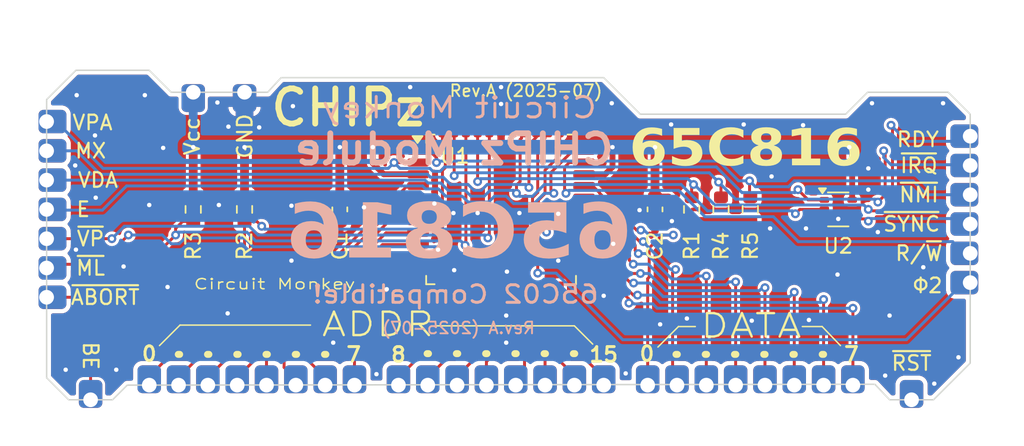
<source format=kicad_pcb>
(kicad_pcb (version 20241229) (generator "pcbnew") (generator_version "9.0")
  (layers (0 "F.Cu" signal) (2 "B.Cu" signal) (13 "F.Paste" user) (15 "B.Paste" user) (5 "F.SilkS" user "F.Silkscreen") (7 "B.SilkS" user "B.Silkscreen") (1 "F.Mask" user) (3 "B.Mask" user) (25 "Edge.Cuts" user))
  (net 0 "")
  (net 1 "Vcc")
  (net 2 "GND")
  (net 3 "Net-(U1-A0)")
  (net 4 "Net-(U1-A1)")
  (net 5 "Net-(U1-A5)")
  (net 6 "Net-(U1-A7)")
  (net 7 "Net-(U1-A6)")
  (net 8 "Net-(U1-A3)")
  (net 9 "Net-(U1-A4)")
  (net 10 "Net-(U1-A2)")
  (net 11 "Net-(U1-A13)")
  (net 12 "Net-(U1-A9)")
  (net 13 "Net-(U1-A8)")
  (net 14 "Net-(U1-A15)")
  (net 15 "Net-(U1-A11)")
  (net 16 "Net-(U1-A12)")
  (net 17 "Net-(U1-A10)")
  (net 18 "Net-(U1-A14)")
  (net 19 "Net-(U1-D7)")
  (net 20 "Net-(U1-D0)")
  (net 21 "Net-(U1-D4)")
  (net 22 "Net-(U1-D6)")
  (net 23 "Net-(U1-D3)")
  (net 24 "Net-(U1-D1)")
  (net 25 "Net-(U1-D2)")
  (net 26 "Net-(U1-D5)")
  (net 27 "/PHI2")
  (net 28 "/~{RDY}")
  (net 29 "/BE")
  (net 30 "/~{ABORT}")
  (net 31 "/~{NMI}")
  (net 32 "/~{IRQ}")
  (net 33 "/~{RST}")
  (net 34 "/R{slash}~{W}")
  (net 35 "/~{SYNC}")
  (net 36 "/VDA")
  (net 37 "/~{ML}")
  (net 38 "/~{VP}")
  (net 39 "/E")
  (net 40 "/MX")
  (net 41 "/VPA")
  (footprint "CM_Connector_Castelated:cast-2.0-01P" (layer "F.Cu") (at 178 113 -90)
    (property "Reference" "CST12" (hide yes))
    (property "Value" "~{RST}")
  )
  (footprint "CM_Connector_Castelated:cast-2.0-01P" (layer "F.Cu") (at 119 106 180)
    (property "Reference" "CST9" (hide yes))
    (property "Value" "~{ABORT}")
  )
  (footprint "Capacitor_SMD:C_0603_1608Metric" (layer "F.Cu") (at 139 100 -90)
    (property "Reference" "C1")
    (property "Value" "0.1uF" (hide yes))
  )
  (footprint "Resistor_SMD:R_0603_1608Metric" (layer "F.Cu") (at 165 100 -90)
    (property "Reference" "R4")
    (property "Value" "3.3K" (hide yes))
  )
  (footprint "Resistor_SMD:R_0603_1608Metric" (layer "F.Cu") (at 163 100 -90)
    (property "Reference" "R1")
    (property "Value" "3.3K" (hide yes))
  )
  (footprint "Package_TO_SOT_SMD:SOT-353_SC-70-5" (layer "F.Cu") (at 173 100)
    (property "Reference" "U2")
    (property "Value" "74AHC1G00" (hide yes))
  )
  (footprint "Package_QFP:TQFP-44_10x10mm_P0.8mm" (layer "F.Cu") (at 150 100)
    (property "Reference" "U1")
    (property "Value" "W65C816")
  )
  (footprint "CM_Connector_Castelated:cast-2.0-08P" (layer "F.Cu") (at 132 112 90)
    (property "Reference" "CST3" (hide yes))
    (property "Value" "~" (hide yes))
  )
  (footprint "Resistor_SMD:R_0603_1608Metric" (layer "F.Cu") (at 132.5 100 90)
    (property "Reference" "R2")
    (property "Value" "3.3K" (hide yes))
  )
  (footprint "CM_Connector_Castelated:cast-2.0-01P" (layer "F.Cu") (at 132.5 92.5 90)
    (property "Reference" "CST2" (hide yes))
    (property "Value" "GND")
  )
  (footprint "CM_Connector_Castelated:cast-2.0-01P" (layer "F.Cu") (at 119 100 180)
    (property "Reference" "CST18" (hide yes))
    (property "Value" "E")
  )
  (footprint "Resistor_SMD:R_0603_1608Metric" (layer "F.Cu") (at 129 100 90)
    (property "Reference" "R3")
    (property "Value" "3.3K" (hide yes))
  )
  (footprint "CM_Connector_Castelated:cast-2.0-01P" (layer "F.Cu") (at 129 92.5 90)
    (property "Reference" "CST1" (hide yes))
    (property "Value" "Vcc")
  )
  (footprint "CM_Connector_Castelated:cast-2.0-01P" (layer "F.Cu") (at 119 102 180)
    (property "Reference" "CST17" (hide yes))
    (property "Value" "~{VP}")
  )
  (footprint "CM_Connector_Castelated:cast-2.0-01P" (layer "F.Cu") (at 182 101)
    (property "Reference" "CST14" (hide yes))
    (property "Value" "~{SYNC}")
  )
  (footprint "CM_Connector_Castelated:cast-2.0-08P" (layer "F.Cu") (at 166 112 90)
    (property "Reference" "CST5" (hide yes))
    (property "Value" "~" (hide yes))
  )
  (footprint "CM_Connector_Castelated:cast-2.0-01P" (layer "F.Cu") (at 119 98 180)
    (property "Reference" "CST15" (hide yes))
    (property "Value" "VDA")
  )
  (footprint "CM_Connector_Castelated:cast-2.0-01P" (layer "F.Cu") (at 182 105)
    (property "Reference" "CST6" (hide yes))
    (property "Value" "Φ2")
  )
  (footprint "CM_Connector_Castelated:cast-2.0-01P" (layer "F.Cu") (at 182 97)
    (property "Reference" "CST11" (hide yes))
    (property "Value" "~{IRQ}")
  )
  (footprint "CM_Connector_Castelated:cast-2.0-01P" (layer "F.Cu") (at 122 113 -90)
    (property "Reference" "CST8" (hide yes))
    (property "Value" "BE")
  )
  (footprint "CM_Connector_Castelated:cast-2.0-01P" (layer "F.Cu") (at 182 99)
    (property "Reference" "CST10" (hide yes))
    (property "Value" "~{NMI}")
  )
  (footprint "CM_Connector_Castelated:cast-2.0-01P" (layer "F.Cu") (at 119 94 180)
    (property "Reference" "VPA1" (hide yes))
    (property "Value" "VPA")
  )
  (footprint "Resistor_SMD:R_0603_1608Metric" (layer "F.Cu") (at 167 100 -90)
    (property "Reference" "R5")
    (property "Value" "3.3K" (hide yes))
  )
  (footprint "CM_Connector_Castelated:cast-2.0-01P" (layer "F.Cu") (at 119 96 180)
    (property "Reference" "CST19" (hide yes))
    (property "Value" "MX")
  )
  (footprint "CM_Connector_Castelated:cast-2.0-01P" (layer "F.Cu") (at 182 103)
    (property "Reference" "CST13" (hide yes))
    (property "Value" "R/~{W}")
  )
  (footprint "CM_Connector_Castelated:cast-2.0-08P" (layer "F.Cu") (at 149 112 90)
    (property "Reference" "CST4" (hide yes))
    (property "Value" "~" (hide yes))
  )
  (footprint "CM_Connector_Castelated:cast-2.0-01P" (layer "F.Cu") (at 119 104 180)
    (property "Reference" "CST16" (hide yes))
    (property "Value" "~{ML}")
  )
  (footprint "CM_Connector_Castelated:cast-2.0-01P" (layer "F.Cu") (at 182 95)
    (property "Reference" "CST7" (hide yes))
    (property "Value" "RDY")
  )
  (footprint "Capacitor_SMD:C_0603_1608Metric" (layer "F.Cu") (at 160.5 100 -90)
    (property "Reference" "C2")
    (property "Value" "0.1uF" (hide yes))
  )
  (gr_line (start 145.55 107.95) (end 155 107.95) (stroke (width 0.1)) (layer "F.SilkS"))
  (gr_line (start 137 107.9) (end 128.1 107.9) (stroke (width 0.1)) (layer "F.SilkS"))
  (gr_line (start 163.25 108) (end 162.1 108) (stroke (width 0.1)) (layer "F.SilkS"))
  (gr_line (start 171.9 108) (end 173.15 109.3) (stroke (width 0.1)) (layer "F.SilkS"))
  (gr_line (start 170.55 108) (end 171.9 108) (stroke (width 0.1)) (layer "F.SilkS"))
  (gr_line (start 128.1 107.9) (end 126.7 109.3) (stroke (width 0.1)) (layer "F.SilkS"))
  (gr_line (start 162.1 108) (end 160.7 109.4) (stroke (width 0.1)) (layer "F.SilkS"))
  (gr_line (start 155 107.95) (end 156.25 109.2) (stroke (width 0.1)) (layer "F.SilkS"))
  (gr_line (start 172 109.9) (end 161.85 109.9) (stroke (width 0.475) (type dot)) (layer "F.SilkS"))
  (gr_line (start 155.025 109.85) (end 144.875 109.85) (stroke (width 0.475) (type dot)) (layer "F.SilkS"))
  (gr_line (start 138.05 109.9) (end 127.9 109.9) (stroke (width 0.475) (type dot)) (layer "F.SilkS"))
  (gr_poly (pts (xy 119 92.5) (xy 121 90.5) (xy 126 90.5) (xy 127.5 92) (xy 134.076923 92) (xy 135 91) (xy 157 91) (xy 159.5 93.5) (xy 173.5 93.5) (xy 175 92) (xy 180.5 92) (xy 182 93.5) (xy 182 110.5) (xy 179.5 113) (xy 176.5 113) (xy 175.5 111.943043) (xy 124.5 112) (xy 123.5 113) (xy 120.5 113) (xy 119 111.5)) (stroke (width 0.1)) (fill no) (layer "Edge.Cuts"))
  (gr_text "7" (at 173.9 110.5 0) (layer "F.SilkS") (effects (font (size 1 1) (thickness 0.2) (bold yes)) (justify bottom)))
  (gr_text "Circuit Monkey" (at 134.55 105.1 0) (layer "F.SilkS") (effects (font (size 0.7 1) (thickness 0.1))))
  (gr_text "7" (at 139.95 110.5 0) (layer "F.SilkS") (effects (font (size 1 1) (thickness 0.2) (bold yes)) (justify bottom)))
  (gr_text "Rev.A (2025-07)" (at 151.7 91.9 0) (layer "F.SilkS") (effects (font (size 0.8 0.8) (thickness 0.127))))
  (gr_text "ADDR" (at 141.6 107.85 0) (layer "F.SilkS") (effects (font (size 1.6 2) (thickness 0.16))))
  (gr_text "0" (at 126 110.45 0) (layer "F.SilkS") (effects (font (size 1 1) (thickness 0.2) (bold yes)) (justify bottom)))
  (gr_text "8" (at 143 110.5 0) (layer "F.SilkS") (effects (font (size 1 1) (thickness 0.2) (bold yes)) (justify bottom)))
  (gr_text "65C816" (at 166.7 95.95 0) (layer "F.SilkS") (effects (font (size 2.5 2.7) (thickness 0.4) (bold yes))))
  (gr_text "CHIPz" (at 139.55 93.05 0) (layer "F.SilkS") (effects (font (size 2.4 2.4) (thickness 0.4) (bold yes))))
  (gr_text "DATA" (at 167.05 107.95 0) (layer "F.SilkS") (effects (font (size 1.6 2) (thickness 0.16))))
  (gr_text "0" (at 159.95 110.45 0) (layer "F.SilkS") (effects (font (size 1 1) (thickness 0.2) (bold yes)) (justify bottom)))
  (gr_text "15" (at 157 110.5 0) (layer "F.SilkS") (effects (font (size 1 1) (thickness 0.2) (bold yes)) (justify bottom)))
  (gr_text "65C02 Compatible!" (at 146.9 105.8 0) (layer "B.SilkS") (effects (font (size 1.2 1.35) (thickness 0.2)) (justify mirror)))
  (gr_text "Rev.A (2025-07)" (at 147.1 108.1 0) (layer "B.SilkS") (effects (font (size 0.8 0.8) (thickness 0.127)) (justify mirror)))
  (gr_text "CHIPz Module" (at 146.8 95.9 0) (layer "B.SilkS") (effects (font (size 2 2.1) (thickness 0.4) (bold yes)) (justify mirror)))
  (gr_text "65C816" (at 147.15 101.75 0) (layer "B.SilkS") (effects (font (size 3.7 4) (thickness 0.4) (bold yes)) (justify mirror)))
  (gr_text "Circuit Monkey" (at 147.15 93.05 0) (layer "B.SilkS") (effects (font (size 1.4 1.7) (thickness 0.2)) (justify mirror)))
  (segment (start 157.6 97.1) (end 157.6 95.75) (width 0.4) (layer "F.Cu") (net 1))
  (segment (start 157.1 97.6) (end 157.6 97.1) (width 0.4) (layer "F.Cu") (net 1))
  (segment (start 142 97.6) (end 141.25 96.85) (width 0.4) (layer "F.Cu") (net 1))
  (segment (start 132.5 99.175) (end 132.5 95.75) (width 0.6) (layer "F.Cu") (net 1))
  (segment (start 141.25 96.85) (end 141.25 95.75) (width 0.4) (layer "F.Cu") (net 1))
  (segment (start 144.3375 97.6) (end 142 97.6) (width 0.4) (layer "F.Cu") (net 1))
  (segment (start 163 100.825) (end 161.4 99.225) (width 0.6) (layer "F.Cu") (net 1))
  (segment (start 139 99.225) (end 139 95.75) (width 0.6) (layer "F.Cu") (net 1))
  (segment (start 155.6625 97.6) (end 157.1 97.6) (width 0.4) (layer "F.Cu") (net 1))
  (segment (start 161.4 99.225) (end 160.5 99.225) (width 0.6) (layer "F.Cu") (net 1))
  (segment (start 173.95 95.95) (end 173.75 95.75) (width 0.4) (layer "F.Cu") (net 1))
  (segment (start 129 99.175) (end 129 95.75) (width 0.6) (layer "F.Cu") (net 1))
  (segment (start 160.5 99.225) (end 160.5 95.75) (width 0.6) (layer "F.Cu") (net 1))
  (segment (start 167 100.825) (end 165 100.825) (width 0.6) (layer "F.Cu") (net 1))
  (segment (start 165 100.825) (end 163 100.825) (width 0.6) (layer "F.Cu") (net 1))
  (segment (start 173.95 99.35) (end 173.95 95.95) (width 0.4) (layer "F.Cu") (net 1))
  (via (at 132.5 95.75) (size 0.6) (drill 0.3) (layers "F.Cu" "B.Cu") (net 1))
  (via (at 139 95.75) (size 0.6) (drill 0.3) (layers "F.Cu" "B.Cu") (net 1))
  (via (at 157.6 95.75) (size 0.6) (drill 0.3) (layers "F.Cu" "B.Cu") (net 1))
  (via (at 173.75 95.75) (size 0.6) (drill 0.3) (layers "F.Cu" "B.Cu") (net 1))
  (via (at 160.5 95.75) (size 0.6) (drill 0.3) (layers "F.Cu" "B.Cu") (net 1))
  (via (at 129 95.75) (size 0.6) (drill 0.3) (layers "F.Cu" "B.Cu") (net 1))
  (via (at 141.25 95.75) (size 0.6) (drill 0.3) (layers "F.Cu" "B.Cu") (net 1))
  (segment (start 129 95.75) (end 129 92.601) (width 0.6) (layer "B.Cu") (net 1))
  (via (at 170.8 101.3) (size 0.6) (drill 0.3) (layers "F.Cu" "B.Cu") (net 2))
  (via (at 172.95 104.45) (size 0.6) (drill 0.3) (layers "F.Cu" "B.Cu") (net 2))
  (via (at 121 102.75) (size 0.6) (drill 0.3) (layers "F.Cu" "B.Cu") (net 2))
  (via (at 179.55 111.9) (size 0.6) (drill 0.3) (layers "F.Cu" "B.Cu") (net 2))
  (via (at 124.25 103.9) (size 0.6) (drill 0.3) (layers "F.Cu" "B.Cu") (net 2))
  (via (at 125.7 92.2) (size 0.6) (drill 0.3) (layers "F.Cu" "B.Cu") (net 2))
  (via (at 130.65 92.7) (size 0.6) (drill 0.3) (layers "F.Cu" "B.Cu") (net 2))
  (via (at 120.95 97) (size 0.6) (drill 0.3) (layers "F.Cu" "B.Cu") (net 2))
  (via (at 178.8 103.95) (size 0.6) (drill 0.3) (layers "F.Cu" "B.Cu") (net 2))
  (via (at 142.2 105.45) (size 0.6) (drill 0.3) (layers "F.Cu" "B.Cu") (net 2))
  (via (at 173 100.65) (size 0.6) (drill 0.3) (layers "F.Cu" "B.Cu") (net 2))
  (via (at 150.4 104.25) (size 0.6) (drill 0.3) (layers "F.Cu" "B.Cu") (net 2))
  (via (at 176.2 111.35) (size 0.6) (drill 0.3) (layers "F.Cu" "B.Cu") (net 2))
  (via (at 168.35 101.3) (size 0.6) (drill 0.3) (layers "F.Cu" "B.Cu") (net 2))
  (via (at 171 107.55) (size 0.6) (drill 0.3) (layers "F.Cu" "B.Cu") (net 2))
  (via (at 131.35 107.1) (size 0.6) (drill 0.3) (layers "F.Cu" "B.Cu") (net 2))
  (via (at 153.9 100.3) (size 0.6) (drill 0.3) (layers "F.Cu" "B.Cu") (net 2))
  (via (at 121.05 92.2) (size 0.6) (drill 0.3) (layers "F.Cu" "B.Cu") (net 2))
  (via (at 131.4 94.35) (size 0.6) (drill 0.3) (layers "F.Cu" "B.Cu") (net 2))
  (via (at 150 92.8) (size 0.6) (drill 0.3) (layers "F.Cu" "B.Cu") (net 2))
  (via (at 127.25 105.3) (size 0.6) (drill 0.3) (layers "F.Cu" "B.Cu") (net 2))
  (via (at 175.3 92.75) (size 0.6) (drill 0.3) (layers "F.Cu" "B.Cu") (net 2))
  (via (at 157.55 92.75) (size 0.6) (drill 0.3) (layers "F.Cu" "B.Cu") (net 2))
  (via (at 151.25 100.25) (size 0.6) (drill 0.3) (layers "F.Cu" "B.Cu") (net 2))
  (via (at 161.6 94.2) (size 0.6) (drill 0.3) (layers "F.Cu" "B.Cu") (net 2))
  (via (at 126 99.7) (size 0.6) (drill 0.3) (layers "F.Cu" "B.Cu") (net 2))
  (via (at 157.65 102.35) (size 0.6) (drill 0.3) (layers "F.Cu" "B.Cu") (net 2))
  (via (at 145.45 99.6) (size 0.6) (drill 0.3) (layers "F.Cu" "B.Cu") (net 2))
  (via (at 135.7 99.75) (size 0.6) (drill 0.3) (layers "F.Cu" "B.Cu") (net 2))
  (via (at 175.05 98.65) (size 0.6) (drill 0.3) (layers "F.Cu" "B.Cu") (net 2))
  (via (at 123.75 110.95) (size 0.6) (drill 0.3) (layers "F.Cu" "B.Cu") (net 2))
  (via (at 135.7 103.5) (size 0.6) (drill 0.3) (layers "F.Cu" "B.Cu") (net 2))
  (via (at 160.85 107.85) (size 0.6) (drill 0.3) (layers "F.Cu" "B.Cu") (net 2))
  (via (at 150.35 109.1) (size 0.6) (drill 0.3) (layers "F.Cu" "B.Cu") (net 2))
  (via (at 135.8 92.95) (size 0.6) (drill 0.3) (layers "F.Cu" "B.Cu") (net 2))
  (via (at 159.444534 100.05) (size 0.6) (drill 0.3) (layers "F.Cu" "B.Cu") (net 2))
  (via (at 120.3 110.95) (size 0.6) (drill 0.3) (layers "F.Cu" "B.Cu") (net 2))
  (via (at 158.5 111.2) (size 0.6) (drill 0.3) (layers "F.Cu" "B.Cu") (net 2))
  (via (at 122.35 99.2) (size 0.6) (drill 0.3) (layers "F.Cu" "B.Cu") (net 2))
  (via (at 167.1 107.6) (size 0.6) (drill 0.3) (layers "F.Cu" "B.Cu") (net 2))
  (via (at 146.8 104.15) (size 0.6) (drill 0.3) (layers "F.Cu" "B.Cu") (net 2))
  (via (at 126.95 95.8) (size 0.6) (drill 0.3) (layers "F.Cu" "B.Cu") (net 2))
  (via (at 122.3 94.95) (size 0.6) (drill 0.3) (layers "F.Cu" "B.Cu") (net 2))
  (via (at 175.05 97.2) (size 0.6) (drill 0.3) (layers "F.Cu" "B.Cu") (net 2))
  (via (at 146.75 100.25) (size 0.6) (drill 0.3) (layers "F.Cu" "B.Cu") (net 2))
  (via (at 153.9 103.5) (size 0.6) (drill 0.3) (layers "F.Cu" "B.Cu") (net 2))
  (via (at 157 105.9) (size 0.6) (drill 0.3) (layers "F.Cu" "B.Cu") (net 2))
  (via (at 150 91.65) (size 0.6) (drill 0.3) (layers "F.Cu" "B.Cu") (net 2))
  (via (at 141.5 111.25) (size 0.6) (drill 0.3) (layers "F.Cu" "B.Cu") (net 2))
  (via (at 148.4 100.25) (size 0.6) (drill 0.3) (layers "F.Cu" "B.Cu") (net 2))
  (via (at 130.75 99.7) (size 0.6) (drill 0.3) (layers "F.Cu" "B.Cu") (net 2))
  (via (at 166.55 94.2) (size 0.6) (drill 0.3) (layers "F.Cu" "B.Cu") (net 2))
  (via (at 162.675 107.45) (size 0.6) (drill 0.3) (layers "F.Cu" "B.Cu") (net 2))
  (via (at 168.45 97.75) (size 0.6) (drill 0.3) (layers "F.Cu" "B.Cu") (net 2))
  (via (at 180.15 92.75) (size 0.6) (drill 0.3) (layers "F.Cu" "B.Cu") (net 2))
  (via (at 133.5 94.4) (size 0.6) (drill 0.3) (layers "F.Cu" "B.Cu") (net 2))
  (via (at 176.5 107.25) (size 0.6) (drill 0.3) (layers "F.Cu" "B.Cu") (net 2))
  (via (at 181.2 110.1) (size 0.6) (drill 0.3) (layers "F.Cu" "B.Cu") (net 2))
  (via (at 140.65 99.85942) (size 0.6) (drill 0.3) (layers "F.Cu" "B.Cu") (net 2))
  (via (at 138.55 109.1) (size 0.6) (drill 0.3) (layers "F.Cu" "B.Cu") (net 2))
  (via (at 143.8 91.65) (size 0.6) (drill 0.3) (layers "F.Cu" "B.Cu") (net 2))
  (via (at 175.7 101.55) (size 0.6) (drill 0.3) (layers "F.Cu" "B.Cu") (net 2))
  (via (at 150.35 107.25) (size 0.6) (drill 0.3) (layers "F.Cu" "B.Cu") (net 2))
  (via (at 161.65 100.8) (size 0.6) (drill 0.3) (layers "F.Cu" "B.Cu") (net 2))
  (via (at 170.6 94.25) (size 0.6) (drill 0.3) (layers "F.Cu" "B.Cu") (net 2))
  (segment (start 143.6 98.4) (end 132.954 109.046) (width 0.2) (layer "F.Cu") (net 3))
  (segment (start 126 111.597325) (end 125.99955 111.597326) (width 0.2) (layer "F.Cu") (net 3))
  (segment (start 129.262062 109.649) (end 128.662062 110.249) (width 0.2) (layer "F.Cu") (net 3))
  (segment (start 131.297962 109.046) (end 130.694962 109.649) (width 0.2) (layer "F.Cu") (net 3))
  (segment (start 132.954 109.046) (end 131.297962 109.046) (width 0.2) (layer "F.Cu") (net 3))
  (segment (start 126.25 111.347325) (end 126 111.597325) (width 0.2) (layer "F.Cu") (net 3))
  (segment (start 144.3375 98.4) (end 143.6 98.4) (width 0.2) (layer "F.Cu") (net 3))
  (segment (start 130.694962 109.649) (end 129.262062 109.649) (width 0.2) (layer "F.Cu") (net 3))
  (segment (start 128.662062 110.249) (end 127.151 110.249) (width 0.2) (layer "F.Cu") (net 3))
  (segment (start 126.25 111.15) (end 126.25 111.347325) (width 0.2) (layer "F.Cu") (net 3))
  (segment (start 127.151 110.249) (end 126.25 111.15) (width 0.2) (layer "F.Cu") (net 3))
  (segment (start 130.861062 110.05) (end 129.428162 110.05) (width 0.2) (layer "F.Cu") (net 4))
  (segment (start 133.121938 109.447) (end 131.464062 109.447) (width 0.2) (layer "F.Cu") (net 4))
  (segment (start 127.999548 111.478614) (end 127.999548 111.595092) (width 0.2) (layer "F.Cu") (net 4))
  (segment (start 129.428162 110.05) (end 127.999548 111.478614) (width 0.2) (layer "F.Cu") (net 4))
  (segment (start 131.464062 109.447) (end 130.861062 110.05) (width 0.2) (layer "F.Cu") (net 4))
  (segment (start 143.368938 99.2) (end 133.121938 109.447) (width 0.2) (layer "F.Cu") (net 4))
  (segment (start 144.3375 99.2) (end 143.368938 99.2) (width 0.2) (layer "F.Cu") (net 4))
  (segment (start 141.6842 103.2) (end 135.2 109.6842) (width 0.2) (layer "F.Cu") (net 5))
  (segment (start 144.3375 103.2) (end 141.6842 103.2) (width 0.2) (layer "F.Cu") (net 5))
  (segment (start 135.2 110.78662) (end 135.999538 111.586158) (width 0.2) (layer "F.Cu") (net 5))
  (segment (start 135.2 109.6842) (end 135.2 110.78662) (width 0.2) (layer "F.Cu") (net 5))
  (segment (start 146 105.6625) (end 144.3875 105.6625) (width 0.2) (layer "F.Cu") (net 6))
  (segment (start 139.999532 110.050468) (end 139.999532 111.58169) (width 0.2) (layer "F.Cu") (net 6))
  (segment (start 144.3875 105.6625) (end 139.999532 110.050468) (width 0.2) (layer "F.Cu") (net 6))
  (segment (start 136.5 109.978162) (end 138.105762 111.583924) (width 0.2) (layer "F.Cu") (net 7))
  (segment (start 136.5 108.9513) (end 136.5 109.978162) (width 0.2) (layer "F.Cu") (net 7))
  (segment (start 141.4513 104) (end 136.5 108.9513) (width 0.2) (layer "F.Cu") (net 7))
  (segment (start 138.105762 111.583924) (end 137.999535 111.583924) (width 0.2) (layer "F.Cu") (net 7))
  (segment (start 144.3375 104) (end 141.4513 104) (width 0.2) (layer "F.Cu") (net 7))
  (segment (start 142.15 101.6) (end 133.501 110.249) (width 0.2) (layer "F.Cu") (net 8))
  (segment (start 144.3375 101.6) (end 142.15 101.6) (width 0.2) (layer "F.Cu") (net 8))
  (segment (start 131.999543 111.478619) (end 131.999543 111.590624) (width 0.2) (layer "F.Cu") (net 8))
  (segment (start 133.501 110.249) (end 133.229162 110.249) (width 0.2) (layer "F.Cu") (net 8))
  (segment (start 133.229162 110.249) (end 131.999543 111.478619) (width 0.2) (layer "F.Cu") (net 8))
  (segment (start 133.99954 110.31756) (end 133.99954 111.588391) (width 0.2) (layer "F.Cu") (net 9))
  (segment (start 141.9171 102.4) (end 133.99954 110.31756) (width 0.2) (layer "F.Cu") (net 9))
  (segment (start 144.3375 102.4) (end 141.9171 102.4) (width 0.2) (layer "F.Cu") (net 9))
  (segment (start 131.630162 109.848) (end 129.999545 111.478617) (width 0.2) (layer "F.Cu") (net 10))
  (segment (start 142.35 100.8) (end 133.302 109.848) (width 0.2) (layer "F.Cu") (net 10))
  (segment (start 133.302 109.848) (end 131.630162 109.848) (width 0.2) (layer "F.Cu") (net 10))
  (segment (start 129.999545 111.478617) (end 129.999545 111.592858) (width 0.2) (layer "F.Cu") (net 10))
  (segment (start 144.3375 100.8) (end 142.35 100.8) (width 0.2) (layer "F.Cu") (net 10))
  (segment (start 152.4 105.6625) (end 152.4 109.55) (width 0.2) (layer "F.Cu") (net 11))
  (segment (start 153 111.567171) (end 152.999517 111.567172) (width 0.2) (layer "F.Cu") (net 11))
  (segment (start 153 110.15) (end 153 111.567171) (width 0.2) (layer "F.Cu") (net 11))
  (segment (start 152.4 109.55) (end 153 110.15) (width 0.2) (layer "F.Cu") (net 11))
  (segment (start 146.851 110.249) (end 146.229162 110.249) (width 0.2) (layer "F.Cu") (net 12))
  (segment (start 144.999526 111.478636) (end 144.999526 111.576106) (width 0.2) (layer "F.Cu") (net 12))
  (segment (start 146.229162 110.249) (end 144.999526 111.478636) (width 0.2) (layer "F.Cu") (net 12))
  (segment (start 147.6 109.5) (end 146.851 110.249) (width 0.2) (layer "F.Cu") (net 12))
  (segment (start 147.6 105.6625) (end 147.6 109.5) (width 0.2) (layer "F.Cu") (net 12))
  (segment (start 144.928162 109.55) (end 142.999529 111.478633) (width 0.2) (layer "F.Cu") (net 13))
  (segment (start 146.3 109.55) (end 144.928162 109.55) (width 0.2) (layer "F.Cu") (net 13))
  (segment (start 142.999529 111.478633) (end 142.999529 111.57834) (width 0.2) (layer "F.Cu") (net 13))
  (segment (start 146.8 105.6625) (end 146.8 109.05) (width 0.2) (layer "F.Cu") (net 13))
  (segment (start 146.8 109.05) (end 146.3 109.55) (width 0.2) (layer "F.Cu") (net 13))
  (segment (start 154 105.6625) (end 154 109.45) (width 0.2) (layer "F.Cu") (net 14))
  (segment (start 154.799 110.249) (end 155.770838 110.249) (width 0.2) (layer "F.Cu") (net 14))
  (segment (start 155.770838 110.249) (end 156.999512 111.477674) (width 0.2) (layer "F.Cu") (net 14))
  (segment (start 156.999512 111.477674) (end 156.999512 111.562704) (width 0.2) (layer "F.Cu") (net 14))
  (segment (start 154 109.45) (end 154.799 110.249) (width 0.2) (layer "F.Cu") (net 14))
  (segment (start 149.2 105.6625) (end 149.2 110.2) (width 0.2) (layer "F.Cu") (net 15))
  (segment (start 149 111.571638) (end 148.999522 111.571639) (width 0.2) (layer "F.Cu") (net 15))
  (segment (start 149 110.4) (end 149 111.571638) (width 0.2) (layer "F.Cu") (net 15))
  (segment (start 149.2 110.2) (end 149 110.4) (width 0.2) (layer "F.Cu") (net 15))
  (segment (start 151.6 110.969404) (end 151 111.569404) (width 0.2) (layer "F.Cu") (net 16))
  (segment (start 151 111.569404) (end 150.999519 111.569405) (width 0.2) (layer "F.Cu") (net 16))
  (segment (start 151.6 105.6625) (end 151.6 110.969404) (width 0.2) (layer "F.Cu") (net 16))
  (segment (start 146.999524 111.400476) (end 146.999524 111.573872) (width 0.2) (layer "F.Cu") (net 17))
  (segment (start 148.4 105.6625) (end 148.4 110) (width 0.2) (layer "F.Cu") (net 17))
  (segment (start 148.4 110) (end 146.999524 111.400476) (width 0.2) (layer "F.Cu") (net 17))
  (segment (start 153.2 109.55) (end 155 111.35) (width 0.2) (layer "F.Cu") (net 18))
  (segment (start 155 111.564937) (end 154.999514 111.564938) (width 0.2) (layer "F.Cu") (net 18))
  (segment (start 153.2 105.6625) (end 153.2 109.55) (width 0.2) (layer "F.Cu") (net 18))
  (segment (start 155 111.35) (end 155 111.564937) (width 0.2) (layer "F.Cu") (net 18))
  (segment (start 155.6625 104) (end 156.6 104) (width 0.2) (layer "F.Cu") (net 19))
  (segment (start 158.720736 106.120736) (end 158.720736 106.395643) (width 0.2) (layer "F.Cu") (net 19))
  (segment (start 174 106.75) (end 174 111.543717) (width 0.2) (layer "F.Cu") (net 19))
  (segment (start 156.6 104) (end 158.720736 106.120736) (width 0.2) (layer "F.Cu") (net 19))
  (segment (start 174 111.543717) (end 173.99949 111.543718) (width 0.2) (layer "F.Cu") (net 19))
  (via (at 174 106.75) (size 0.6) (drill 0.3) (layers "F.Cu" "B.Cu") (net 19))
  (via (at 158.720736 106.395643) (size 0.6) (drill 0.3) (layers "F.Cu" "B.Cu") (net 19))
  (segment (start 174 106.75) (end 160.65 106.75) (width 0.2) (layer "B.Cu") (net 19))
  (segment (start 159.001347 106.395643) (end 158.720736 106.395643) (width 0.2) (layer "B.Cu") (net 19))
  (segment (start 159.058611 106.452907) (end 159.001347 106.395643) (width 0.2) (layer "B.Cu") (net 19))
  (segment (start 160.65 106.75) (end 160.352907 106.452907) (width 0.2) (layer "B.Cu") (net 19))
  (segment (start 160.352907 106.452907) (end 159.058611 106.452907) (width 0.2) (layer "B.Cu") (net 19))
  (segment (start 155.6625 98.4) (end 156.252226 98.4) (width 0.2) (layer "F.Cu") (net 20))
  (segment (start 160.105878 102.631474) (end 160.987352 101.75) (width 0.2) (layer "F.Cu") (net 20))
  (segment (start 160.987352 101.75) (end 161.75 101.75) (width 0.2) (layer "F.Cu") (net 20))
  (segment (start 156.721 98.868774) (end 156.721 98.891157) (width 0.2) (layer "F.Cu") (net 20))
  (segment (start 156.721 98.891157) (end 159.242987 101.413144) (width 0.2) (layer "F.Cu") (net 20))
  (segment (start 160.105878 104.624408) (end 160.105878 102.631474) (width 0.2) (layer "F.Cu") (net 20))
  (segment (start 159.242987 101.413144) (end 159.529679 101.413144) (width 0.2) (layer "F.Cu") (net 20))
  (segment (start 159.999508 111.559354) (end 159.999508 104.730778) (width 0.2) (layer "F.Cu") (net 20))
  (segment (start 156.252226 98.4) (end 156.721 98.868774) (width 0.2) (layer "F.Cu") (net 20))
  (segment (start 159.999508 104.730778) (end 160.105878 104.624408) (width 0.2) (layer "F.Cu") (net 20))
  (via (at 161.75 101.75) (size 0.6) (drill 0.3) (layers "F.Cu" "B.Cu") (net 20))
  (via (at 159.529679 101.413144) (size 0.6) (drill 0.3) (layers "F.Cu" "B.Cu") (net 20))
  (segment (start 161.75 101.75) (end 160.094506 101.75) (width 0.2) (layer "B.Cu") (net 20))
  (segment (start 160.094506 101.75) (end 159.75765 101.413144) (width 0.2) (layer "B.Cu") (net 20))
  (segment (start 159.999508 111.559354) (end 160 111.559353) (width 0.2) (layer "B.Cu") (net 20))
  (segment (start 159.75765 101.413144) (end 159.529679 101.413144) (width 0.2) (layer "B.Cu") (net 20))
  (segment (start 156.5 101.6) (end 156.721 101.821) (width 0.2) (layer "F.Cu") (net 21))
  (segment (start 158.777664 104.375879) (end 159.505878 104.375879) (width 0.2) (layer "F.Cu") (net 21))
  (segment (start 157.122 102.702674) (end 157.122 102.720215) (width 0.2) (layer "F.Cu") (net 21))
  (segment (start 155.6625 101.6) (end 156.5 101.6) (width 0.2) (layer "F.Cu") (net 21))
  (segment (start 157.122 102.720215) (end 158.777664 104.375879) (width 0.2) (layer "F.Cu") (net 21))
  (segment (start 156.721 101.821) (end 156.721 102.301674) (width 0.2) (layer "F.Cu") (net 21))
  (segment (start 168 105.35) (end 168 111.550418) (width 0.2) (layer "F.Cu") (net 21))
  (segment (start 156.721 102.301674) (end 157.122 102.702674) (width 0.2) (layer "F.Cu") (net 21))
  (segment (start 168 111.550418) (end 167.999498 111.550419) (width 0.2) (layer "F.Cu") (net 21))
  (via (at 159.505878 104.375879) (size 0.6) (drill 0.3) (layers "F.Cu" "B.Cu") (net 21))
  (via (at 168 105.35) (size 0.6) (drill 0.3) (layers "F.Cu" "B.Cu") (net 21))
  (segment (start 168 105.35) (end 167.818329 105.35) (width 0.2) (layer "B.Cu") (net 21))
  (segment (start 161.25 105.55) (end 160.075879 104.375879) (width 0.2) (layer "B.Cu") (net 21))
  (segment (start 167.618329 105.55) (end 161.25 105.55) (width 0.2) (layer "B.Cu") (net 21))
  (segment (start 167.818329 105.35) (end 167.618329 105.55) (width 0.2) (layer "B.Cu") (net 21))
  (segment (start 160.075879 104.375879) (end 159.505878 104.375879) (width 0.2) (layer "B.Cu") (net 21))
  (segment (start 156.365686 103.2) (end 159.017593 105.851907) (width 0.2) (layer "F.Cu") (net 22))
  (segment (start 159.017593 105.851907) (end 159.307554 105.851907) (width 0.2) (layer "F.Cu") (net 22))
  (segment (start 172 111.545951) (end 172 106.15) (width 0.2) (layer "F.Cu") (net 22))
  (segment (start 155.6625 103.2) (end 156.365686 103.2) (width 0.2) (layer "F.Cu") (net 22))
  (segment (start 171.999493 111.545952) (end 172 111.545951) (width 0.2) (layer "F.Cu") (net 22))
  (via (at 159.307554 105.851907) (size 0.6) (drill 0.3) (layers "F.Cu" "B.Cu") (net 22))
  (via (at 172 106.15) (size 0.6) (drill 0.3) (layers "F.Cu" "B.Cu") (net 22))
  (segment (start 160.85 106.35) (end 160.351907 105.851907) (width 0.2) (layer "B.Cu") (net 22))
  (segment (start 171.8 106.35) (end 160.85 106.35) (width 0.2) (layer "B.Cu") (net 22))
  (segment (start 160.351907 105.851907) (end 159.307554 105.851907) (width 0.2) (layer "B.Cu") (net 22))
  (segment (start 172 106.15) (end 171.8 106.35) (width 0.2) (layer "B.Cu") (net 22))
  (segment (start 156.931372 100.8) (end 158.75 102.61863) (width 0.2) (layer "F.Cu") (net 23))
  (segment (start 166 111.552652) (end 165.999501 111.552653) (width 0.2) (layer "F.Cu") (net 23))
  (segment (start 158.75 102.61863) (end 158.75 103.470553) (width 0.2) (layer "F.Cu") (net 23))
  (segment (start 155.6625 100.8) (end 156.931372 100.8) (width 0.2) (layer "F.Cu") (net 23))
  (segment (start 158.75 103.470553) (end 159.019872 103.740425) (width 0.2) (layer "F.Cu") (net 23))
  (segment (start 166 104.95) (end 166 111.552652) (width 0.2) (layer "F.Cu") (net 23))
  (via (at 159.019872 103.740425) (size 0.6) (drill 0.3) (layers "F.Cu" "B.Cu") (net 23))
  (via (at 166 104.95) (size 0.6) (drill 0.3) (layers "F.Cu" "B.Cu") (net 23))
  (segment (start 166 104.95) (end 165.55 104.95) (width 0.2) (layer "B.Cu") (net 23))
  (segment (start 165.55 104.95) (end 165.35 105.15) (width 0.2) (layer "B.Cu") (net 23))
  (segment (start 161.45 105.15) (end 160.040425 103.740425) (width 0.2) (layer "B.Cu") (net 23))
  (segment (start 160.040425 103.740425) (end 159.019872 103.740425) (width 0.2) (layer "B.Cu") (net 23))
  (segment (start 165.35 105.15) (end 161.45 105.15) (width 0.2) (layer "B.Cu") (net 23))
  (segment (start 159.459166 102.196423) (end 156.462743 99.2) (width 0.2) (layer "F.Cu") (net 24))
  (segment (start 161.7 104.3) (end 161.7 111.257614) (width 0.2) (layer "F.Cu") (net 24))
  (segment (start 156.462743 99.2) (end 155.6625 99.2) (width 0.2) (layer "F.Cu") (net 24))
  (segment (start 161.7 111.257614) (end 161.999505 111.557119) (width 0.2) (layer "F.Cu") (net 24))
  (segment (start 159.692398 102.196423) (end 159.459166 102.196423) (width 0.2) (layer "F.Cu") (net 24))
  (segment (start 161.9 104.1) (end 161.7 104.3) (width 0.2) (layer "F.Cu") (net 24))
  (via (at 159.692398 102.196423) (size 0.6) (drill 0.3) (layers "F.Cu" "B.Cu") (net 24))
  (via (at 161.9 104.1) (size 0.6) (drill 0.3) (layers "F.Cu" "B.Cu") (net 24))
  (segment (start 161.999506 111.55712) (end 161.5 111.057614) (width 0.2) (layer "B.Cu") (net 24))
  (segment (start 159.692398 102.196423) (end 159.6924 102.196425) (width 0.2) (layer "B.Cu") (net 24))
  (segment (start 159.6924 102.196425) (end 159.6924 102.2253) (width 0.2) (layer "B.Cu") (net 24))
  (segment (start 159.6924 102.2253) (end 161.5671 104.1) (width 0.2) (layer "B.Cu") (net 24))
  (segment (start 161.5671 104.1) (end 161.9 104.1) (width 0.2) (layer "B.Cu") (net 24))
  (segment (start 164 111.554885) (end 163.999503 111.554886) (width 0.2) (layer "F.Cu") (net 25))
  (segment (start 159.15 102.452945) (end 159.15 102.805009) (width 0.2) (layer "F.Cu") (net 25))
  (segment (start 156.697057 100) (end 159.15 102.452945) (width 0.2) (layer "F.Cu") (net 25))
  (segment (start 164 104.55) (end 164 111.554885) (width 0.2) (layer "F.Cu") (net 25))
  (segment (start 159.15 102.805009) (end 159.362496 103.017505) (width 0.2) (layer "F.Cu") (net 25))
  (segment (start 155.6625 100) (end 156.697057 100) (width 0.2) (layer "F.Cu") (net 25))
  (via (at 164 104.55) (size 0.6) (drill 0.3) (layers "F.Cu" "B.Cu") (net 25))
  (via (at 159.362496 103.017505) (size 0.6) (drill 0.3) (layers "F.Cu" "B.Cu") (net 25))
  (segment (start 164 104.55) (end 163.368329 104.55) (width 0.2) (layer "B.Cu") (net 25))
  (segment (start 159.917505 103.017505) (end 159.362496 103.017505) (width 0.2) (layer "B.Cu") (net 25))
  (segment (start 161.65 104.75) (end 159.917505 103.017505) (width 0.2) (layer "B.Cu") (net 25))
  (segment (start 163.168329 104.75) (end 161.65 104.75) (width 0.2) (layer "B.Cu") (net 25))
  (segment (start 163.368329 104.55) (end 163.168329 104.75) (width 0.2) (layer "B.Cu") (net 25))
  (segment (start 163.999503 111.554886) (end 164 111.554885) (width 0.2) (layer "B.Cu") (net 25))
  (segment (start 156.721 102.868774) (end 156.721 102.906784) (width 0.2) (layer "F.Cu") (net 26))
  (segment (start 170 111.548185) (end 169.999495 111.548186) (width 0.2) (layer "F.Cu") (net 26))
  (segment (start 170 105.65) (end 170 111.548185) (width 0.2) (layer "F.Cu") (net 26))
  (segment (start 156.252226 102.4) (end 156.721 102.868774) (width 0.2) (layer "F.Cu") (net 26))
  (segment (start 155.6625 102.4) (end 156.252226 102.4) (width 0.2) (layer "F.Cu") (net 26))
  (segment (start 156.721 102.906784) (end 158.841576 105.02736) (width 0.2) (layer "F.Cu") (net 26))
  (segment (start 158.841576 105.02736) (end 159.041576 105.02736) (width 0.2) (layer "F.Cu") (net 26))
  (via (at 159.041576 105.02736) (size 0.6) (drill 0.3) (layers "F.Cu" "B.Cu") (net 26))
  (via (at 170 105.65) (size 0.6) (drill 0.3) (layers "F.Cu" "B.Cu") (net 26))
  (segment (start 160.12736 105.02736) (end 159.041576 105.02736) (width 0.2) (layer "B.Cu") (net 26))
  (segment (start 170 105.65) (end 169.7 105.95) (width 0.2) (layer "B.Cu") (net 26))
  (segment (start 169.7 105.95) (end 161.05 105.95) (width 0.2) (layer "B.Cu") (net 26))
  (segment (start 161.05 105.95) (end 160.12736 105.02736) (width 0.2) (layer "B.Cu") (net 26))
  (segment (start 152.5 104.35) (end 152.5 101.258134) (width 0.2) (layer "F.Cu") (net 27))
  (segment (start 152.5 95.627226) (end 152.996 95.131226) (width 0.2) (layer "F.Cu") (net 27))
  (segment (start 152.5 101.258134) (end 152.146403 100.904537) (width 0.2) (layer "F.Cu") (net 27))
  (segment (start 152.146403 99.202127) (end 152.5 98.84853) (width 0.2) (layer "F.Cu") (net 27))
  (segment (start 152.996 94.5415) (end 153.2 94.3375) (width 0.2) (layer "F.Cu") (net 27))
  (segment (start 152.5 98.84853) (end 152.5 95.627226) (width 0.2) (layer "F.Cu") (net 27))
  (segment (start 152.146403 100.904537) (end 152.146403 99.202127) (width 0.2) (layer "F.Cu") (net 27))
  (segment (start 152.996 95.131226) (end 152.996 94.5415) (width 0.2) (layer "F.Cu") (net 27))
  (via (at 152.5 104.35) (size 0.6) (drill 0.3) (layers "F.Cu" "B.Cu") (net 27))
  (segment (start 177.65 108.9) (end 181.55 105) (width 0.2) (layer "B.Cu") (net 27))
  (segment (start 181.55 105) (end 181.599 105) (width 0.2) (layer "B.Cu") (net 27))
  (segment (start 152.5 104.35) (end 153.75 104.35) (width 0.2) (layer "B.Cu") (net 27))
  (segment (start 158.3 108.9) (end 177.65 108.9) (width 0.2) (layer "B.Cu") (net 27))
  (segment (start 153.75 104.35) (end 158.3 108.9) (width 0.2) (layer "B.Cu") (net 27))
  (segment (start 175.948529 100.1) (end 176.7 99.348529) (width 0.2) (layer "F.Cu") (net 28))
  (segment (start 148.4 94.3375) (end 148.4 98.1) (width 0.2) (layer "F.Cu") (net 28))
  (segment (start 176.7 94.35) (end 176.6 94.25) (width 0.2) (layer "F.Cu") (net 28))
  (segment (start 175.05 100) (end 175.15 100.1) (width 0.2) (layer "F.Cu") (net 28))
  (segment (start 163 99.175) (end 163 98.42909) (width 0.2) (layer "F.Cu") (net 28))
  (segment (start 163 98.42909) (end 163.12909 98.3) (width 0.2) (layer "F.Cu") (net 28))
  (segment (start 176.7 99.348529) (end 176.7 94.35) (width 0.2) (layer "F.Cu") (net 28))
  (segment (start 175.15 100.1) (end 175.948529 100.1) (width 0.2) (layer "F.Cu") (net 28))
  (via (at 163.12909 98.3) (size 0.6) (drill 0.3) (layers "F.Cu" "B.Cu") (net 28))
  (via (at 176.6 94.25) (size 0.6) (drill 0.3) (layers "F.Cu" "B.Cu") (net 28))
  (via (at 148.4 98.1) (size 0.6) (drill 0.3) (layers "F.Cu" "B.Cu") (net 28))
  (via (at 175.05 100) (size 0.6) (drill 0.3) (layers "F.Cu" "B.Cu") (net 28))
  (segment (start 181.599 95) (end 181.249 95.35) (width 0.2) (layer "B.Cu") (net 28))
  (segment (start 148.6 97.9) (end 148.4 98.1) (width 0.2) (layer "B.Cu") (net 28))
  (segment (start 177.7 95.35) (end 176.6 94.25) (width 0.2) (layer "B.Cu") (net 28))
  (segment (start 164.57909 99.7) (end 174.75 99.7) (width 0.2) (layer "B.Cu") (net 28))
  (segment (start 181.249 95.35) (end 177.7 95.35) (width 0.2) (layer "B.Cu") (net 28))
  (segment (start 162.72909 97.9) (end 148.6 97.9) (width 0.2) (layer "B.Cu") (net 28))
  (segment (start 163.12909 98.3) (end 162.72909 97.9) (width 0.2) (layer "B.Cu") (net 28))
  (segment (start 163.12909 98.3) (end 163.17909 98.3) (width 0.2) (layer "B.Cu") (net 28))
  (segment (start 163.17909 98.3) (end 164.57909 99.7) (width 0.2) (layer "B.Cu") (net 28))
  (segment (start 174.75 99.7) (end 175.05 100) (width 0.2) (layer "B.Cu") (net 28))
  (segment (start 153 98.914215) (end 153 97.31863) (width 0.2) (layer "F.Cu") (net 29))
  (segment (start 133.346863 100.825) (end 133.671863 101.15) (width 0.2) (layer "F.Cu") (net 29))
  (segment (start 132.5 100.825) (end 132.5 103) (width 0.2) (layer "F.Cu") (net 29))
  (segment (start 153.1 101.55) (end 153.1 101.009605) (width 0.2) (layer "F.Cu") (net 29))
  (segment (start 128.35 107.15) (end 124.6 107.15) (width 0.2) (layer "F.Cu") (net 29))
  (segment (start 153 97.31863) (end 154 96.318629) (width 0.2) (layer "F.Cu") (net 29))
  (segment (start 154 96.318629) (end 154 94.3375) (width 0.2) (layer "F.Cu") (net 29))
  (segment (start 152.546403 99.367812) (end 153 98.914215) (width 0.2) (layer "F.Cu") (net 29))
  (segment (start 124.6 107.15) (end 122 109.75) (width 0.2) (layer "F.Cu") (net 29))
  (segment (start 152.546403 100.456008) (end 152.546403 99.367812) (width 0.2) (layer "F.Cu") (net 29))
  (segment (start 132.5 100.825) (end 133.346863 100.825) (width 0.2) (layer "F.Cu") (net 29))
  (segment (start 122 109.75) (end 122 112.599) (width 0.2) (layer "F.Cu") (net 29))
  (segment (start 153.1 101.009605) (end 152.546403 100.456008) (width 0.2) (layer "F.Cu") (net 29))
  (segment (start 132.5 103) (end 128.35 107.15) (width 0.2) (layer "F.Cu") (net 29))
  (via (at 153.1 101.55) (size 0.6) (drill 0.3) (layers "F.Cu" "B.Cu") (net 29))
  (via (at 133.671863 101.15) (size 0.6) (drill 0.3) (layers "F.Cu" "B.Cu") (net 29))
  (segment (start 133.870863 101.349) (end 133.671863 101.15) (width 0.2) (layer "B.Cu") (net 29))
  (segment (start 152.899 101.349) (end 133.870863 101.349) (width 0.2) (layer "B.Cu") (net 29))
  (segment (start 153.1 101.55) (end 152.899 101.349) (width 0.2) (layer "B.Cu") (net 29))
  (segment (start 127.8 101.3) (end 128.275 100.825) (width 0.2) (layer "F.Cu") (net 30))
  (segment (start 147.6 102.4) (end 147.55 102.45) (width 0.2) (layer "F.Cu") (net 30))
  (segment (start 126.9 102.649) (end 126.9 103) (width 0.2) (layer "F.Cu") (net 30))
  (segment (start 127.8 101.749) (end 126.9 102.649) (width 0.2) (layer "F.Cu") (net 30))
  (segment (start 126.9 103) (end 123.9 106) (width 0.2) (layer "F.Cu") (net 30))
  (segment (start 147.6 94.3375) (end 147.6 102.4) (width 0.2) (layer "F.Cu") (net 30))
  (segment (start 127.8 101.749) (end 127.8 101.3) (width 0.2) (layer "F.Cu") (net 30))
  (segment (start 123.9 106) (end 119.401 106) (width 0.2) (layer "F.Cu") (net 30))
  (segment (start 128.275 100.825) (end 129 100.825) (width 0.2) (layer "F.Cu") (net 30))
  (via (at 147.55 102.45) (size 0.6) (drill 0.3) (layers "F.Cu" "B.Cu") (net 30))
  (via (at 127.8 101.749) (size 0.6) (drill 0.3) (layers "F.Cu" "B.Cu") (net 30))
  (segment (start 127.8 101.749) (end 127.999 101.55) (width 0.2) (layer "B.Cu") (net 30))
  (segment (start 147.251 102.151) (end 147.55 102.45) (width 0.2) (layer "B.Cu") (net 30))
  (segment (start 133.257234 102.151) (end 147.251 102.151) (width 0.2) (layer "B.Cu") (net 30))
  (segment (start 127.999 101.55) (end 132.656234 101.55) (width 0.2) (layer "B.Cu") (net 30))
  (segment (start 132.656234 101.55) (end 133.257234 102.151) (width 0.2) (layer "B.Cu") (net 30))
  (segment (start 145.595 96.470756) (end 145.595 96.8) (width 0.2) (layer "F.Cu") (net 31))
  (segment (start 166.95 98.05) (end 166.95 99.125) (width 0.2) (layer "F.Cu") (net 31))
  (segment (start 145.124244 96) (end 145.595 96.470756) (width 0.2) (layer "F.Cu") (net 31))
  (segment (start 166.95 99.125) (end 167 99.175) (width 0.2) (layer "F.Cu") (net 31))
  (segment (start 144.3375 96) (end 145.124244 96) (width 0.2) (layer "F.Cu") (net 31))
  (via (at 166.95 98.05) (size 0.6) (drill 0.3) (layers "F.Cu" "B.Cu") (net 31))
  (via (at 145.595 96.8) (size 0.6) (drill 0.3) (layers "F.Cu" "B.Cu") (net 31))
  (segment (start 179.05 99) (end 181.599 99) (width 0.2) (layer "B.Cu") (net 31))
  (segment (start 166.2 98.05) (end 164.85 96.7) (width 0.2) (layer "B.Cu") (net 31))
  (segment (start 166.95 98.05) (end 167.35 98.45) (width 0.2) (layer "B.Cu") (net 31))
  (segment (start 166.95 98.05) (end 166.2 98.05) (width 0.2) (layer "B.Cu") (net 31))
  (segment (start 170.001471 98.05) (end 178.1 98.05) (width 0.2) (layer "B.Cu") (net 31))
  (segment (start 145.695 96.7) (end 145.595 96.8) (width 0.2) (layer "B.Cu") (net 31))
  (segment (start 178.1 98.05) (end 179.05 99) (width 0.2) (layer "B.Cu") (net 31))
  (segment (start 164.85 96.7) (end 145.695 96.7) (width 0.2) (layer "B.Cu") (net 31))
  (segment (start 169.601471 98.45) (end 170.001471 98.05) (width 0.2) (layer "B.Cu") (net 31))
  (segment (start 167.35 98.45) (end 169.601471 98.45) (width 0.2) (layer "B.Cu") (net 31))
  (segment (start 146.8 97.697291) (end 146.802709 97.7) (width 0.2) (layer "F.Cu") (net 32))
  (segment (start 176.199 99.001) (end 176.199 96.099) (width 0.2) (layer "F.Cu") (net 32))
  (segment (start 176.199 96.099) (end 176.1 96) (width 0.2) (layer "F.Cu") (net 32))
  (segment (start 175.7 99.5) (end 176.199 99.001) (width 0.2) (layer "F.Cu") (net 32))
  (segment (start 146.8 94.3375) (end 146.8 97.697291) (width 0.2) (layer "F.Cu") (net 32))
  (segment (start 165 98.29853) (end 164.836812 98.135342) (width 0.2) (layer "F.Cu") (net 32))
  (segment (start 165 99.175) (end 165 98.29853) (width 0.2) (layer "F.Cu") (net 32))
  (via (at 176.1 96) (size 0.6) (drill 0.3) (layers "F.Cu" "B.Cu") (net 32))
  (via (at 164.836812 98.135342) (size 0.6) (drill 0.3) (layers "F.Cu" "B.Cu") (net 32))
  (via (at 146.802709 97.7) (size 0.6) (drill 0.3) (layers "F.Cu" "B.Cu") (net 32))
  (via (at 175.7 99.5) (size 0.6) (drill 0.3) (layers "F.Cu" "B.Cu") (net 32))
  (segment (start 164.836812 98.135342) (end 166.00147 99.3) (width 0.2) (layer "B.Cu") (net 32))
  (segment (start 147.002709 97.5) (end 146.802709 97.7) (width 0.2) (layer "B.Cu") (net 32))
  (segment (start 181.599 96.95) (end 176.6 96.95) (width 0.2) (layer "B.Cu") (net 32))
  (segment (start 164.836812 98.135342) (end 164.20147 97.5) (width 0.2) (layer "B.Cu") (net 32))
  (segment (start 164.20147 97.5) (end 147.002709 97.5) (width 0.2) (layer "B.Cu") (net 32))
  (segment (start 166.00147 99.3) (end 175.5 99.3) (width 0.2) (layer "B.Cu") (net 32))
  (segment (start 175.5 99.3) (end 175.7 99.5) (width 0.2) (layer "B.Cu") (net 32))
  (segment (start 176.1 96.45) (end 176.1 96) (width 0.2) (layer "B.Cu") (net 32))
  (segment (start 181.599 97) (end 181.599 96.95) (width 0.2) (layer "B.Cu") (net 32))
  (segment (start 176.6 96.95) (end 176.1 96.45) (width 0.2) (layer "B.Cu") (net 32))
  (segment (start 154.332089 98.901) (end 154.332088 98.900999) (width 0.2) (layer "F.Cu") (net 34))
  (segment (start 154.332088 97.117912) (end 154.65 96.8) (width 0.2) (layer "F.Cu") (net 34))
  (segment (start 154.332088 98.900999) (end 154.332088 97.117912) (width 0.2) (layer "F.Cu") (net 34))
  (segment (start 154.65 96.8) (end 155.6625 96.8) (width 0.2) (layer "F.Cu") (net 34))
  (segment (start 154.424285 98.901) (end 154.332089 98.901) (width 0.2) (layer "F.Cu") (net 34))
  (via (at 154.424285 98.901) (size 0.6) (drill 0.3) (layers "F.Cu" "B.Cu") (net 34))
  (segment (start 163.912047 100.5) (end 168.575441 100.5) (width 0.2) (layer "B.Cu") (net 34))
  (segment (start 180.8 102.201) (end 181.599 103) (width 0.2) (layer "B.Cu") (net 34))
  (segment (start 154.424285 98.901) (end 154.433087 98.901) (width 0.2) (layer "B.Cu") (net 34))
  (segment (start 170.276441 102.201) (end 180.8 102.201) (width 0.2) (layer "B.Cu") (net 34))
  (segment (start 168.575441 100.5) (end 170.276441 102.201) (width 0.2) (layer "B.Cu") (net 34))
  (segment (start 154.632087 98.702) (end 162.114047 98.702) (width 0.2) (layer "B.Cu") (net 34))
  (segment (start 162.114047 98.702) (end 163.912047 100.5) (width 0.2) (layer "B.Cu") (net 34))
  (segment (start 154.433087 98.901) (end 154.632087 98.702) (width 0.2) (layer "B.Cu") (net 34))
  (segment (start 174.9 100.65) (end 175.05 100.8) (width 0.2) (layer "F.Cu") (net 35))
  (segment (start 173.95 100.65) (end 174.9 100.65) (width 0.2) (layer "F.Cu") (net 35))
  (via (at 175.05 100.8) (size 0.6) (drill 0.3) (layers "F.Cu" "B.Cu") (net 35))
  (segment (start 175.225735 100.624265) (end 175.05 100.8) (width 0.2) (layer "B.Cu") (net 35))
  (segment (start 181.599 101) (end 181.223265 100.624265) (width 0.2) (layer "B.Cu") (net 35))
  (segment (start 181.223265 100.624265) (end 175.225735 100.624265) (width 0.2) (layer "B.Cu") (net 35))
  (segment (start 151.051324 98.346342) (end 151.3 98.097666) (width 0.2) (layer "F.Cu") (net 36))
  (segment (start 172.05 100) (end 170.375735 100) (width 0.2) (layer "F.Cu") (net 36))
  (segment (start 151.3 98.097666) (end 151.3 95.227226) (width 0.2) (layer "F.Cu") (net 36))
  (segment (start 170.375735 100) (end 170.075735 100.3) (width 0.2) (layer "F.Cu") (net 36))
  (segment (start 151.396 95.131226) (end 151.396 94.5415) (width 0.2) (layer "F.Cu") (net 36))
  (segment (start 151.3 95.227226) (end 151.396 95.131226) (width 0.2) (layer "F.Cu") (net 36))
  (segment (start 151.396 94.5415) (end 151.6 94.3375) (width 0.2) (layer "F.Cu") (net 36))
  (segment (start 151.051324 98.9) (end 151.051324 98.346342) (width 0.2) (layer "F.Cu") (net 36))
  (via (at 170.075735 100.3) (size 0.6) (drill 0.3) (layers "F.Cu" "B.Cu") (net 36))
  (via (at 151.051324 98.9) (size 0.6) (drill 0.3) (layers "F.Cu" "B.Cu") (net 36))
  (segment (start 151.051324 98.9) (end 150.851324 98.7) (width 0.2) (layer "B.Cu") (net 36))
  (segment (start 146.388495 98.7) (end 145.888495 98.2) (width 0.2) (layer "B.Cu") (net 36))
  (segment (start 148.85 99.1) (end 147.95 99.1) (width 0.2) (layer "B.Cu") (net 36))
  (segment (start 145.015101 98.2) (end 144.815101 98) (width 0.2) (layer "B.Cu") (net 36))
  (segment (start 152.953082 98.301) (end 162.280147 98.301) (width 0.2) (layer "B.Cu") (net 36))
  (segment (start 145.888495 98.2) (end 145.015101 98.2) (width 0.2) (layer "B.Cu") (net 36))
  (segment (start 149.25 98.7) (end 148.85 99.1) (width 0.2) (layer "B.Cu") (net 36))
  (segment (start 144.815101 98) (end 119.401 98) (width 0.2) (layer "B.Cu") (net 36))
  (segment (start 162.280147 98.301) (end 164.079149 100.100002) (width 0.2) (layer "B.Cu") (net 36))
  (segment (start 150.851324 98.7) (end 149.25 98.7) (width 0.2) (layer "B.Cu") (net 36))
  (segment (start 152.148944 99.105138) (end 152.953082 98.301) (width 0.2) (layer "B.Cu") (net 36))
  (segment (start 164.079149 100.100002) (end 169.875735 100.1) (width 0.2) (layer "B.Cu") (net 36))
  (segment (start 147.95 99.1) (end 147.55 98.7) (width 0.2) (layer "B.Cu") (net 36))
  (segment (start 147.55 98.7) (end 146.388495 98.7) (width 0.2) (layer "B.Cu") (net 36))
  (segment (start 169.875735 100.1) (end 170.075735 100.3) (width 0.2) (layer "B.Cu") (net 36))
  (segment (start 151.051324 98.9) (end 151.256462 99.105138) (width 0.2) (layer "B.Cu") (net 36))
  (segment (start 151.256462 99.105138) (end 152.148944 99.105138) (width 0.2) (layer "B.Cu") (net 36))
  (segment (start 146.195 97.148317) (end 146.195 96.222227) (width 0.2) (layer "F.Cu") (net 37))
  (segment (start 119.401 103.75) (end 119.401 104) (width 0.2) (layer "F.Cu") (net 37))
  (segment (start 146 96.027227) (end 146 94.3375) (width 0.2) (layer "F.Cu") (net 37))
  (segment (start 124.574265 101.749) (end 122.573265 103.75) (width 0.2) (layer "F.Cu") (net 37))
  (segment (start 146 102.451) (end 146 97.343317) (width 0.2) (layer "F.Cu") (net 37))
  (segment (start 146 97.343317) (end 146.195 97.148317) (width 0.2) (layer "F.Cu") (net 37))
  (segment (start 122.573265 103.75) (end 119.401 103.75) (width 0.2) (layer "F.Cu") (net 37))
  (segment (start 146.195 96.222227) (end 146 96.027227) (width 0.2) (layer "F.Cu") (net 37))
  (segment (start 145.7 102.751) (end 146 102.451) (width 0.2) (layer "F.Cu") (net 37))
  (via (at 145.7 102.751) (size 0.6) (drill 0.3) (layers "F.Cu" "B.Cu") (net 37))
  (via (at 124.574265 101.749) (size 0.6) (drill 0.3) (layers "F.Cu" "B.Cu") (net 37))
  (segment (start 124.574265 101.749) (end 126.899 101.749) (width 0.2) (layer "B.Cu") (net 37))
  (segment (start 132.490134 101.951) (end 133.091134 102.552) (width 0.2) (layer "B.Cu") (net 37))
  (segment (start 126.899 101.749) (end 127.5 102.35) (width 0.2) (layer "B.Cu") (net 37))
  (segment (start 128.447943 101.951) (end 132.490134 101.951) (width 0.2) (layer "B.Cu") (net 37))
  (segment (start 133.091134 102.552) (end 145.501 102.552) (width 0.2) (layer "B.Cu") (net 37))
  (segment (start 145.501 102.552) (end 145.7 102.751) (width 0.2) (layer "B.Cu") (net 37))
  (segment (start 128.048943 102.35) (end 128.447943 101.951) (width 0.2) (layer "B.Cu") (net 37))
  (segment (start 127.5 102.35) (end 128.048943 102.35) (width 0.2) (layer "B.Cu") (net 37))
  (segment (start 149.1 101.95) (end 149.2 101.85) (width 0.2) (layer "F.Cu") (net 38))
  (segment (start 149.2 101.85) (end 149.2 94.3375) (width 0.2) (layer "F.Cu") (net 38))
  (segment (start 123.45 102) (end 119.401 102) (width 0.2) (layer "F.Cu") (net 38))
  (via (at 123.45 102) (size 0.6) (drill 0.3) (layers "F.Cu" "B.Cu") (net 38))
  (via (at 149.1 101.95) (size 0.6) (drill 0.3) (layers "F.Cu" "B.Cu") (net 38))
  (segment (start 148.9 101.75) (end 133.423334 101.75) (width 0.2) (layer "B.Cu") (net 38))
  (segment (start 133.423334 101.75) (end 132.822334 101.149) (width 0.2) (layer "B.Cu") (net 38))
  (segment (start 132.822334 101.149) (end 124.301 101.149) (width 0.2) (layer "B.Cu") (net 38))
  (segment (start 124.301 101.149) (end 123.45 102) (width 0.2) (layer "B.Cu") (net 38))
  (segment (start 149.1 101.95) (end 148.9 101.75) (width 0.2) (layer "B.Cu") (net 38))
  (segment (start 153.6 98.901) (end 153.4 98.701) (width 0.2) (layer "F.Cu") (net 39))
  (segment (start 154.884314 96) (end 155.6625 96) (width 0.2) (layer "F.Cu") (net 39))
  (segment (start 153.4 97.484315) (end 154.884314 96) (width 0.2) (layer "F.Cu") (net 39))
  (segment (start 153.4 98.701) (end 153.4 97.484315) (width 0.2) (layer "F.Cu") (net 39))
  (via (at 153.6 98.901) (size 0.6) (drill 0.3) (layers "F.Cu" "B.Cu") (net 39))
  (segment (start 146.22281 99.1) (end 145.722809 98.6) (width 0.2) (layer "B.Cu") (net 39))
  (segment (start 152.25 99.6) (end 150.85 99.6) (width 0.2) (layer "B.Cu") (net 39))
  (segment (start 122.8 100.05) (end 119.401 100.05) (width 0.2) (layer "B.Cu") (net 39))
  (segment (start 153.6 98.901) (end 152.949 98.901) (width 0.2) (layer "B.Cu") (net 39))
  (segment (start 147.35 99.1) (end 146.22281 99.1) (width 0.2) (layer "B.Cu") (net 39))
  (segment (start 124.45 98.4) (end 122.8 100.05) (width 0.2) (layer "B.Cu") (net 39))
  (segment (start 147.75 99.5) (end 147.35 99.1) (width 0.2) (layer "B.Cu") (net 39))
  (segment (start 145.722809 98.6) (end 144.849416 98.6) (width 0.2) (layer "B.Cu") (net 39))
  (segment (start 152.949 98.901) (end 152.25 99.6) (width 0.2) (layer "B.Cu") (net 39))
  (segment (start 150.85 99.6) (end 150.35 99.1) (width 0.2) (layer "B.Cu") (net 39))
  (segment (start 144.649415 98.4) (end 124.45 98.4) (width 0.2) (layer "B.Cu") (net 39))
  (segment (start 149.15 99.5) (end 147.75 99.5) (width 0.2) (layer "B.Cu") (net 39))
  (segment (start 144.849416 98.6) (end 144.649415 98.4) (width 0.2) (layer "B.Cu") (net 39))
  (segment (start 150.35 99.1) (end 149.55 99.1) (width 0.2) (layer "B.Cu") (net 39))
  (segment (start 119.401 100.05) (end 119.401 100) (width 0.2) (layer "B.Cu") (net 39))
  (segment (start 149.55 99.1) (end 149.15 99.5) (width 0.2) (layer "B.Cu") (net 39))
  (segment (start 152.4 94.3375) (end 152.4 95.074999) (width 0.2) (layer "F.Cu") (net 40))
  (segment (start 152.4 95.074999) (end 151.900001 95.574998) (width 0.2) (layer "F.Cu") (net 40))
  (segment (start 151.900001 95.574998) (end 151.900001 98.504138) (width 0.2) (layer "F.Cu") (net 40))
  (via (at 151.900001 98.504138) (size 0.6) (drill 0.3) (layers "F.Cu" "B.Cu") (net 40))
  (segment (start 119.401 96) (end 121.05 96) (width 0.2) (layer "B.Cu") (net 40))
  (segment (start 122.65 97.6) (end 144.980787 97.6) (width 0.2) (layer "B.Cu") (net 40))
  (segment (start 148.15 98.7) (end 148.65 98.7) (width 0.2) (layer "B.Cu") (net 40))
  (segment (start 145.180786 97.8) (end 146.054181 97.8) (width 0.2) (layer "B.Cu") (net 40))
  (segment (start 146.55418 98.3) (end 147.75 98.3) (width 0.2) (layer "B.Cu") (net 40))
  (segment (start 121.05 96) (end 122.65 97.6) (width 0.2) (layer "B.Cu") (net 40))
  (segment (start 147.75 98.3) (end 148.15 98.7) (width 0.2) (layer "B.Cu") (net 40))
  (segment (start 148.65 98.7) (end 149.05 98.3) (width 0.2) (layer "B.Cu") (net 40))
  (segment (start 144.980787 97.6) (end 145.180786 97.8) (width 0.2) (layer "B.Cu") (net 40))
  (segment (start 146.054181 97.8) (end 146.55418 98.3) (width 0.2) (layer "B.Cu") (net 40))
  (segment (start 151.695863 98.3) (end 151.900001 98.504138) (width 0.2) (layer "B.Cu") (net 40))
  (segment (start 149.05 98.3) (end 151.695863 98.3) (width 0.2) (layer "B.Cu") (net 40))
  (segment (start 172.05 99.35) (end 170.95 99.35) (width 0.2) (layer "F.Cu") (net 41))
  (segment (start 170.95 99.35) (end 170.25 98.65) (width 0.2) (layer "F.Cu") (net 41))
  (segment (start 144.3375 96.8) (end 142.7 96.8) (width 0.2) (layer "F.Cu") (net 41))
  (via (at 170.25 98.65) (size 0.6) (drill 0.3) (layers "F.Cu" "B.Cu") (net 41))
  (via (at 142.7 96.8) (size 0.6) (drill 0.3) (layers "F.Cu" "B.Cu") (net 41))
  (segment (start 146.143529 97.1) (end 164.684314 97.1) (width 0.2) (layer "B.Cu") (net 41))
  (segment (start 145.843529 97.4) (end 146.143529 97.1) (width 0.2) (layer "B.Cu") (net 41))
  (segment (start 145.346471 97.4) (end 145.843529 97.4) (width 0.2) (layer "B.Cu") (net 41))
  (segment (start 166.434314 98.85) (end 170.05 98.85) (width 0.2) (layer "B.Cu") (net 41))
  (segment (start 164.684314 97.1) (end 166.434314 98.85) (width 0.2) (layer "B.Cu") (net 41))
  (segment (start 170.05 98.85) (end 170.25 98.65) (width 0.2) (layer "B.Cu") (net 41))
  (segment (start 142.301 97.199) (end 122.849 97.199) (width 0.2) (layer "B.Cu") (net 41))
  (segment (start 145.146471 97.2) (end 145.346471 97.4) (width 0.2) (layer "B.Cu") (net 41))
  (segment (start 119.65 94) (end 119.401 94) (width 0.2) (layer "B.Cu") (net 41))
  (segment (start 143.1 97.2) (end 145.146471 97.2) (width 0.2) (layer "B.Cu") (net 41))
  (segment (start 122.849 97.199) (end 119.65 94) (width 0.2) (layer "B.Cu") (net 41))
  (segment (start 142.7 96.8) (end 142.301 97.199) (width 0.2) (layer "B.Cu") (net 41))
  (segment (start 142.7 96.8) (end 143.1 97.2) (width 0.2) (layer "B.Cu") (net 41))
  (zone (net 2) (net_name "GND") (layers "F.Cu" "B.Cu") (priority 2) (connect_pads (clearance 0.2)) (min_thickness 0.25) (fill yes (thermal_gap 0.3) (thermal_bridge_width 0.5))
    (polygon (pts (xy 119 92.5) (xy 121 90.5) (xy 126 90.5) (xy 127.5 92) (xy 134 92) (xy 135 91) (xy 157 91) (xy 159.5 93.5) (xy 173.5 93.5) (xy 175 92) (xy 180.5 92) (xy 182 93.5) (xy 182 110.5) (xy 179.5 113) (xy 176.5 113) (xy 175.5 112) (xy 124.5 112) (xy 123.5 113) (xy 120.5 113) (xy 119 111.5)))
  )
  (zone (net 1) (net_name "Vcc") (layer "B.Cu") (name "VCC") (priority 3) (connect_pads (clearance 0.3)) (min_thickness 0.25) (fill yes (thermal_gap 0.3) (thermal_bridge_width 0.3))
    (polygon (pts (xy 128.25 96) (xy 128.25 95.5) (xy 128.5 95.25) (xy 174 95.25) (xy 174.25 95.5) (xy 174.25 96) (xy 174 96.25) (xy 128.5 96.25)))
  )
)
</source>
